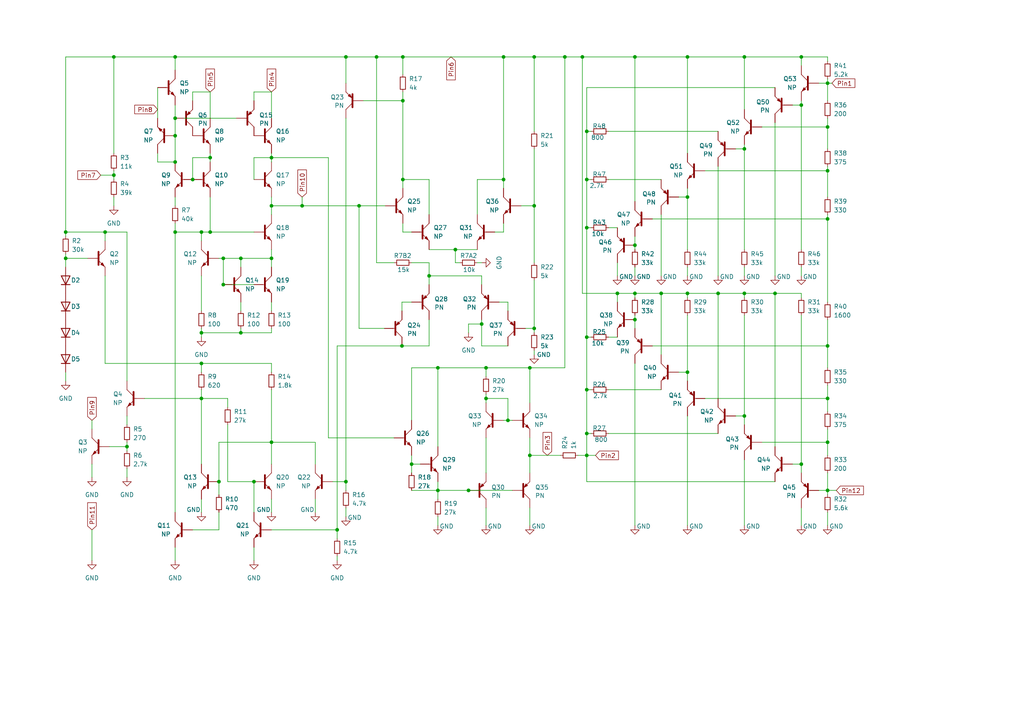
<source format=kicad_sch>
(kicad_sch (version 20231120) (generator "eeschema") (generator_version "8.0")
  (paper "A4")
  (title_block (title "ICL8038 bipolar function generator") (date "2024-02-11") (company "Holger Vogt") (comment 1 "https://www.renesas.com/document/dst/icl8038-datasheet") (comment 2 "http://www.bmo.physik.uni-muenchen.de/~riedle/Elektronik_I/KW102/ICL8038.pdf") (comment 3 "https://www.richis-lab.de/gen02.htm"))
  (junction (at 184.15 85.09))
  (junction (at 132.08 72.39))
  (junction (at 50.8 67.31))
  (junction (at 232.41 30.48))
  (junction (at 116.84 16.51))
  (junction (at 163.83 16.51))
  (junction (at 184.15 92.71))
  (junction (at 78.74 59.69))
  (junction (at 64.77 82.55))
  (junction (at 153.67 132.08))
  (junction (at 78.74 45.72))
  (junction (at 135.89 142.24))
  (junction (at 50.8 39.37))
  (junction (at 63.5 139.7))
  (junction (at 184.15 16.51))
  (junction (at 170.18 113.03))
  (junction (at 199.39 16.51))
  (junction (at 109.22 16.51))
  (junction (at 199.39 57.15))
  (junction (at 240.03 115.57))
  (junction (at 168.91 16.51))
  (junction (at 232.41 134.62))
  (junction (at 215.9 16.51))
  (junction (at 146.05 52.07))
  (junction (at 153.67 106.68))
  (junction (at 36.83 129.54))
  (junction (at 199.39 107.95))
  (junction (at 116.586 100.33))
  (junction (at 73.66 139.7))
  (junction (at 124.46 80.01))
  (junction (at 30.48 67.31))
  (junction (at 55.88 52.07))
  (junction (at 154.94 95.25))
  (junction (at 224.79 85.09))
  (junction (at 58.42 96.52))
  (junction (at 139.7 93.98))
  (junction (at 170.18 125.73))
  (junction (at 116.84 52.07))
  (junction (at 60.96 67.31))
  (junction (at 170.18 97.79))
  (junction (at 33.02 16.51))
  (junction (at 19.05 67.31))
  (junction (at 170.18 38.1))
  (junction (at 69.85 74.93))
  (junction (at 58.42 67.31))
  (junction (at 97.79 153.67))
  (junction (at 240.03 100.33))
  (junction (at 33.02 50.8))
  (junction (at 170.18 52.07))
  (junction (at 240.03 49.53))
  (junction (at 184.15 71.12))
  (junction (at 240.03 128.27))
  (junction (at 215.9 43.18))
  (junction (at 127 106.68))
  (junction (at 146.05 16.51))
  (junction (at 69.85 96.52))
  (junction (at 116.84 29.21))
  (junction (at 50.8 46.99))
  (junction (at 127 142.24))
  (junction (at 191.77 85.09))
  (junction (at 60.96 45.72))
  (junction (at 147.32 121.92))
  (junction (at 232.41 16.51))
  (junction (at 208.28 85.09))
  (junction (at 199.39 85.09))
  (junction (at 215.9 85.09))
  (junction (at 240.03 36.83))
  (junction (at 58.42 115.57))
  (junction (at 50.8 34.29))
  (junction (at 140.97 115.57))
  (junction (at 170.18 66.04))
  (junction (at 140.97 106.68))
  (junction (at 154.94 59.69))
  (junction (at 240.03 63.5))
  (junction (at 50.8 16.51))
  (junction (at 19.05 74.93))
  (junction (at 240.03 24.13))
  (junction (at 154.94 16.51))
  (junction (at 215.9 120.65))
  (junction (at 64.77 74.93))
  (junction (at 170.18 132.08))
  (junction (at 119.38 134.62))
  (junction (at 87.63 59.69))
  (junction (at 78.74 74.93))
  (junction (at 104.14 59.69))
  (junction (at 100.33 16.51))
  (junction (at 78.74 128.27))
  (junction (at 100.33 139.7))
  (junction (at 179.07 85.09))
  (junction (at 240.03 142.24))
  (junction (at 58.42 105.41))
  (wire (pts (xy 153.67 132.08) (xy 153.67 137.16)))
  (wire (pts (xy 58.42 144.78) (xy 58.42 148.59)))
  (wire (pts (xy 170.18 66.04) (xy 171.45 66.04)))
  (wire (pts (xy 237.49 142.24) (xy 240.03 142.24)))
  (wire (pts (xy 116.84 16.51) (xy 116.84 21.59)))
  (wire (pts (xy 220.98 128.27) (xy 240.03 128.27)))
  (wire (pts (xy 240.03 128.27) (xy 240.03 132.08)))
  (wire (pts (xy 91.44 128.27) (xy 91.44 134.62)))
  (wire (pts (xy 91.44 144.78) (xy 91.44 148.59)))
  (wire (pts (xy 73.66 158.75) (xy 73.66 162.56)))
  (wire (pts (xy 100.33 34.29) (xy 100.33 139.7)))
  (wire (pts (xy 208.28 85.09) (xy 215.9 85.09)))
  (wire (pts (xy 109.22 76.2) (xy 114.3 76.2)))
  (wire (pts (xy 179.07 85.09) (xy 184.15 85.09)))
  (wire (pts (xy 124.46 52.07) (xy 124.46 62.23)))
  (wire (pts (xy 63.5 148.59) (xy 63.5 153.67)))
  (wire (pts (xy 138.43 62.23) (xy 138.43 52.07)))
  (wire (pts (xy 189.23 63.5) (xy 240.03 63.5)))
  (wire (pts (xy 170.18 66.04) (xy 170.18 97.79)))
  (wire (pts (xy 73.66 52.07) (xy 73.66 45.72)))
  (wire (pts (xy 26.67 134.62) (xy 26.67 138.43)))
  (wire (pts (xy 124.46 92.71) (xy 124.46 100.33)))
  (wire (pts (xy 215.9 133.35) (xy 215.9 152.4)))
  (wire (pts (xy 97.79 100.33) (xy 116.586 100.33)))
  (wire (pts (xy 215.9 41.91) (xy 215.9 43.18)))
  (wire (pts (xy 224.79 85.09) (xy 224.79 129.54)))
  (wire (pts (xy 36.83 120.65) (xy 36.83 123.19)))
  (wire (pts (xy 170.18 125.73) (xy 171.45 125.73)))
  (wire (pts (xy 184.15 77.47) (xy 184.15 80.01)))
  (wire (pts (xy 50.8 67.31) (xy 50.8 148.59)))
  (wire (pts (xy 215.9 43.18) (xy 213.36 43.18)))
  (wire (pts (xy 135.89 142.24) (xy 148.59 142.24)))
  (wire (pts (xy 116.586 87.63) (xy 119.38 87.63)))
  (wire (pts (xy 95.25 127) (xy 114.3 127)))
  (wire (pts (xy 127 142.24) (xy 127 144.78)))
  (wire (pts (xy 60.96 45.72) (xy 60.96 46.99)))
  (wire (pts (xy 78.74 44.45) (xy 78.74 45.72)))
  (wire (pts (xy 100.33 147.32) (xy 100.33 149.86)))
  (wire (pts (xy 109.22 16.51) (xy 109.22 76.2)))
  (wire (pts (xy 55.88 29.21) (xy 55.88 26.67)))
  (wire (pts (xy 140.97 147.32) (xy 140.97 152.4)))
  (wire (pts (xy 139.7 93.98) (xy 139.7 100.33)))
  (wire (pts (xy 58.42 115.57) (xy 66.04 115.57)))
  (wire (pts (xy 184.15 71.12) (xy 184.15 72.39)))
  (wire (pts (xy 240.03 24.13) (xy 240.03 29.21)))
  (wire (pts (xy 78.74 26.67) (xy 78.74 34.29)))
  (wire (pts (xy 78.74 153.67) (xy 97.79 153.67)))
  (wire (pts (xy 146.05 64.77) (xy 146.05 67.31)))
  (wire (pts (xy 116.84 16.51) (xy 146.05 16.51)))
  (wire (pts (xy 184.15 85.09) (xy 184.15 86.36)))
  (wire (pts (xy 31.75 129.54) (xy 36.83 129.54)))
  (wire (pts (xy 104.14 59.69) (xy 104.14 95.25)))
  (wire (pts (xy 199.39 57.15) (xy 196.85 57.15)))
  (wire (pts (xy 232.41 85.09) (xy 232.41 86.36)))
  (wire (pts (xy 215.9 85.09) (xy 215.9 86.36)))
  (wire (pts (xy 240.03 148.59) (xy 240.03 152.4)))
  (wire (pts (xy 19.05 74.93) (xy 19.05 77.47)))
  (wire (pts (xy 232.41 29.21) (xy 232.41 30.48)))
  (wire (pts (xy 151.13 59.69) (xy 154.94 59.69)))
  (wire (pts (xy 116.84 67.31) (xy 119.38 67.31)))
  (wire (pts (xy 240.03 137.16) (xy 240.03 142.24)))
  (wire (pts (xy 168.91 85.09) (xy 179.07 85.09)))
  (wire (pts (xy 116.84 64.77) (xy 116.84 67.31)))
  (wire (pts (xy 116.84 52.07) (xy 116.84 54.61)))
  (wire (pts (xy 73.66 26.67) (xy 78.74 26.67)))
  (wire (pts (xy 240.03 48.26) (xy 240.03 49.53)))
  (wire (pts (xy 140.97 115.57) (xy 140.97 116.84)))
  (wire (pts (xy 78.74 87.63) (xy 78.74 90.17)))
  (wire (pts (xy 96.52 139.7) (xy 100.33 139.7)))
  (wire (pts (xy 138.43 52.07) (xy 146.05 52.07)))
  (wire (pts (xy 170.18 38.1) (xy 170.18 52.07)))
  (wire (pts (xy 127 106.68) (xy 140.97 106.68)))
  (wire (pts (xy 29.21 50.8) (xy 33.02 50.8)))
  (wire (pts (xy 116.84 29.21) (xy 105.41 29.21)))
  (wire (pts (xy 73.66 29.21) (xy 73.66 26.67)))
  (wire (pts (xy 63.5 139.7) (xy 63.5 143.51)))
  (wire (pts (xy 199.39 57.15) (xy 199.39 72.39)))
  (wire (pts (xy 78.74 45.72) (xy 78.74 46.99)))
  (wire (pts (xy 215.9 43.18) (xy 215.9 72.39)))
  (wire (pts (xy 119.38 134.62) (xy 119.38 137.16)))
  (wire (pts (xy 146.05 121.92) (xy 147.32 121.92)))
  (wire (pts (xy 19.05 73.66) (xy 19.05 74.93)))
  (wire (pts (xy 78.74 105.41) (xy 78.74 107.95)))
  (wire (pts (xy 116.84 26.67) (xy 116.84 29.21)))
  (wire (pts (xy 73.66 139.7) (xy 73.66 148.59)))
  (wire (pts (xy 58.42 96.52) (xy 58.42 97.79)))
  (wire (pts (xy 50.8 46.99) (xy 45.72 46.99)))
  (wire (pts (xy 60.96 67.31) (xy 73.66 67.31)))
  (wire (pts (xy 69.85 96.52) (xy 78.74 96.52)))
  (wire (pts (xy 208.28 48.26) (xy 208.28 80.01)))
  (wire (pts (xy 199.39 120.65) (xy 199.39 152.4)))
  (wire (pts (xy 191.77 85.09) (xy 191.77 102.87)))
  (wire (pts (xy 140.97 114.3) (xy 140.97 115.57)))
  (wire (pts (xy 30.48 105.41) (xy 58.42 105.41)))
  (wire (pts (xy 215.9 16.51) (xy 232.41 16.51)))
  (wire (pts (xy 232.41 77.47) (xy 232.41 80.01)))
  (wire (pts (xy 240.03 22.86) (xy 240.03 24.13)))
  (wire (pts (xy 58.42 105.41) (xy 78.74 105.41)))
  (wire (pts (xy 127 139.7) (xy 127 142.24)))
  (wire (pts (xy 199.39 91.44) (xy 199.39 107.95)))
  (wire (pts (xy 232.41 134.62) (xy 232.41 137.16)))
  (wire (pts (xy 147.32 87.63) (xy 147.32 90.17)))
  (wire (pts (xy 168.91 16.51) (xy 168.91 85.09)))
  (wire (pts (xy 170.18 97.79) (xy 171.45 97.79)))
  (wire (pts (xy 240.03 34.29) (xy 240.03 36.83)))
  (wire (pts (xy 73.66 45.72) (xy 78.74 45.72)))
  (wire (pts (xy 191.77 85.09) (xy 199.39 85.09)))
  (wire (pts (xy 179.07 76.2) (xy 179.07 80.01)))
  (wire (pts (xy 229.87 134.62) (xy 232.41 134.62)))
  (wire (pts (xy 119.38 106.68) (xy 127 106.68)))
  (wire (pts (xy 100.33 16.51) (xy 109.22 16.51)))
  (wire (pts (xy 199.39 16.51) (xy 215.9 16.51)))
  (wire (pts (xy 78.74 113.03) (xy 78.74 128.27)))
  (wire (pts (xy 66.04 115.57) (xy 66.04 118.11)))
  (wire (pts (xy 163.83 16.51) (xy 168.91 16.51)))
  (wire (pts (xy 199.39 16.51) (xy 199.39 44.45)))
  (wire (pts (xy 58.42 95.25) (xy 58.42 96.52)))
  (wire (pts (xy 116.586 90.17) (xy 116.586 87.63)))
  (wire (pts (xy 184.15 85.09) (xy 191.77 85.09)))
  (wire (pts (xy 109.22 16.51) (xy 116.84 16.51)))
  (wire (pts (xy 154.94 16.51) (xy 154.94 38.1)))
  (wire (pts (xy 204.47 49.53) (xy 240.03 49.53)))
  (wire (pts (xy 232.41 30.48) (xy 229.87 30.48)))
  (wire (pts (xy 232.41 16.51) (xy 232.41 19.05)))
  (wire (pts (xy 176.53 52.07) (xy 191.77 52.07)))
  (wire (pts (xy 19.05 107.95) (xy 19.05 110.49)))
  (wire (pts (xy 140.97 115.57) (xy 147.32 115.57)))
  (wire (pts (xy 176.53 66.04) (xy 179.07 66.04)))
  (wire (pts (xy 60.96 26.67) (xy 60.96 34.29)))
  (wire (pts (xy 139.7 100.33) (xy 147.32 100.33)))
  (wire (pts (xy 215.9 16.51) (xy 215.9 31.75)))
  (wire (pts (xy 116.84 29.21) (xy 116.84 52.07)))
  (wire (pts (xy 30.48 67.31) (xy 30.48 69.85)))
  (wire (pts (xy 153.67 132.08) (xy 162.56 132.08)))
  (wire (pts (xy 170.18 97.79) (xy 170.18 113.03)))
  (wire (pts (xy 50.8 16.51) (xy 100.33 16.51)))
  (wire (pts (xy 19.05 16.51) (xy 19.05 67.31)))
  (wire (pts (xy 119.38 132.08) (xy 119.38 134.62)))
  (wire (pts (xy 60.96 44.45) (xy 60.96 45.72)))
  (wire (pts (xy 204.47 115.57) (xy 240.03 115.57)))
  (wire (pts (xy 170.18 132.08) (xy 172.72 132.08)))
  (wire (pts (xy 119.38 121.92) (xy 119.38 106.68)))
  (wire (pts (xy 242.57 142.24) (xy 240.03 142.24)))
  (wire (pts (xy 127 106.68) (xy 127 129.54)))
  (wire (pts (xy 58.42 113.03) (xy 58.42 115.57)))
  (wire (pts (xy 50.8 34.29) (xy 68.58 34.29)))
  (wire (pts (xy 215.9 91.44) (xy 215.9 120.65)))
  (wire (pts (xy 139.7 82.55) (xy 139.7 80.01)))
  (wire (pts (xy 127 142.24) (xy 135.89 142.24)))
  (wire (pts (xy 124.46 80.01) (xy 124.46 82.55)))
  (wire (pts (xy 199.39 54.61) (xy 199.39 57.15)))
  (wire (pts (xy 147.32 115.57) (xy 147.32 121.92)))
  (wire (pts (xy 146.05 16.51) (xy 146.05 52.07)))
  (wire (pts (xy 146.05 16.51) (xy 154.94 16.51)))
  (wire (pts (xy 69.85 95.25) (xy 69.85 96.52)))
  (wire (pts (xy 240.03 36.83) (xy 240.03 43.18)))
  (wire (pts (xy 215.9 120.65) (xy 215.9 123.19)))
  (wire (pts (xy 33.02 44.45) (xy 33.02 16.51)))
  (wire (pts (xy 19.05 67.31) (xy 19.05 68.58)))
  (wire (pts (xy 163.83 106.68) (xy 153.67 106.68)))
  (wire (pts (xy 50.8 67.31) (xy 58.42 67.31)))
  (wire (pts (xy 69.85 87.63) (xy 69.85 90.17)))
  (wire (pts (xy 153.67 106.68) (xy 153.67 116.84)))
  (wire (pts (xy 55.88 45.72) (xy 60.96 45.72)))
  (wire (pts (xy 184.15 105.41) (xy 184.15 152.4)))
  (wire (pts (xy 154.94 59.69) (xy 154.94 76.2)))
  (wire (pts (xy 140.97 106.68) (xy 153.67 106.68)))
  (wire (pts (xy 138.43 76.2) (xy 139.7 76.2)))
  (wire (pts (xy 215.9 85.09) (xy 224.79 85.09)))
  (wire (pts (xy 170.18 113.03) (xy 171.45 113.03)))
  (wire (pts (xy 170.18 25.4) (xy 170.18 38.1)))
  (wire (pts (xy 36.83 128.27) (xy 36.83 129.54)))
  (wire (pts (xy 232.41 16.51) (xy 240.03 16.51)))
  (wire (pts (xy 132.08 76.2) (xy 133.35 76.2)))
  (wire (pts (xy 240.03 63.5) (xy 240.03 87.63)))
  (wire (pts (xy 63.5 139.7) (xy 63.5 128.27)))
  (wire (pts (xy 124.46 72.39) (xy 132.08 72.39)))
  (wire (pts (xy 167.64 132.08) (xy 170.18 132.08)))
  (wire (pts (xy 63.5 128.27) (xy 78.74 128.27)))
  (wire (pts (xy 179.07 85.09) (xy 179.07 87.63)))
  (wire (pts (xy 104.14 59.69) (xy 111.76 59.69)))
  (wire (pts (xy 215.9 77.47) (xy 215.9 80.01)))
  (wire (pts (xy 45.72 44.45) (xy 45.72 46.99)))
  (wire (pts (xy 176.53 97.79) (xy 179.07 97.79)))
  (wire (pts (xy 154.94 101.6) (xy 154.94 102.87)))
  (wire (pts (xy 184.15 92.71) (xy 184.15 95.25)))
  (wire (pts (xy 240.03 119.38) (xy 240.03 115.57)))
  (wire (pts (xy 191.77 62.23) (xy 191.77 80.01)))
  (wire (pts (xy 240.03 16.51) (xy 240.03 17.78)))
  (wire (pts (xy 78.74 59.69) (xy 78.74 62.23)))
  (wire (pts (xy 87.63 57.15) (xy 87.63 59.69)))
  (wire (pts (xy 58.42 115.57) (xy 58.42 134.62)))
  (wire (pts (xy 78.74 59.69) (xy 87.63 59.69)))
  (wire (pts (xy 50.8 57.15) (xy 50.8 59.69)))
  (wire (pts (xy 184.15 91.44) (xy 184.15 92.71)))
  (wire (pts (xy 64.77 82.55) (xy 73.66 82.55)))
  (wire (pts (xy 132.08 72.39) (xy 132.08 76.2)))
  (wire (pts (xy 26.67 153.67) (xy 26.67 162.56)))
  (wire (pts (xy 146.05 67.31) (xy 143.51 67.31)))
  (wire (pts (xy 50.8 39.37) (xy 50.8 46.99)))
  (wire (pts (xy 64.77 74.93) (xy 69.85 74.93)))
  (wire (pts (xy 36.83 67.31) (xy 36.83 110.49)))
  (wire (pts (xy 78.74 72.39) (xy 78.74 74.93)))
  (wire (pts (xy 119.38 134.62) (xy 121.92 134.62)))
  (wire (pts (xy 154.94 16.51) (xy 163.83 16.51)))
  (wire (pts (xy 170.18 52.07) (xy 170.18 66.04)))
  (wire (pts (xy 41.91 115.57) (xy 58.42 115.57)))
  (wire (pts (xy 66.04 123.19) (xy 66.04 139.7)))
  (wire (pts (xy 199.39 85.09) (xy 199.39 86.36)))
  (wire (pts (xy 50.8 30.48) (xy 50.8 34.29)))
  (wire (pts (xy 97.79 161.29) (xy 97.79 162.56)))
  (wire (pts (xy 60.96 57.15) (xy 60.96 67.31)))
  (wire (pts (xy 224.79 85.09) (xy 232.41 85.09)))
  (wire (pts (xy 153.67 127) (xy 153.67 132.08)))
  (wire (pts (xy 220.98 36.83) (xy 240.03 36.83)))
  (wire (pts (xy 232.41 30.48) (xy 232.41 72.39)))
  (wire (pts (xy 63.5 74.93) (xy 64.77 74.93)))
  (wire (pts (xy 232.41 147.32) (xy 232.41 152.4)))
  (wire (pts (xy 33.02 57.15) (xy 33.02 59.69)))
  (wire (pts (xy 213.36 120.65) (xy 215.9 120.65)))
  (wire (pts (xy 232.41 91.44) (xy 232.41 134.62)))
  (wire (pts (xy 224.79 35.56) (xy 224.79 80.01)))
  (wire (pts (xy 26.67 121.92) (xy 26.67 124.46)))
  (wire (pts (xy 184.15 16.51) (xy 199.39 16.51)))
  (wire (pts (xy 30.48 67.31) (xy 36.83 67.31)))
  (wire (pts (xy 140.97 106.68) (xy 140.97 109.22)))
  (wire (pts (xy 69.85 74.93) (xy 69.85 77.47)))
  (wire (pts (xy 208.28 85.09) (xy 208.28 115.57)))
  (wire (pts (xy 170.18 52.07) (xy 171.45 52.07)))
  (wire (pts (xy 170.18 132.08) (xy 170.18 139.7)))
  (wire (pts (xy 170.18 25.4) (xy 224.79 25.4)))
  (wire (pts (xy 95.25 45.72) (xy 95.25 127)))
  (wire (pts (xy 199.39 85.09) (xy 208.28 85.09)))
  (wire (pts (xy 147.32 121.92) (xy 148.59 121.92)))
  (wire (pts (xy 19.05 74.93) (xy 25.4 74.93)))
  (wire (pts (xy 240.03 49.53) (xy 240.03 57.15)))
  (wire (pts (xy 45.72 25.4) (xy 45.72 34.29)))
  (wire (pts (xy 127 149.86) (xy 127 152.4)))
  (wire (pts (xy 240.03 62.23) (xy 240.03 63.5)))
  (wire (pts (xy 97.79 153.67) (xy 97.79 156.21)))
  (wire (pts (xy 154.94 81.28) (xy 154.94 95.25)))
  (wire (pts (xy 199.39 77.47) (xy 199.39 80.01)))
  (wire (pts (xy 78.74 74.93) (xy 78.74 77.47)))
  (wire (pts (xy 237.49 24.13) (xy 240.03 24.13)))
  (wire (pts (xy 170.18 125.73) (xy 170.18 132.08)))
  (wire (pts (xy 78.74 128.27) (xy 78.74 134.62)))
  (wire (pts (xy 152.4 95.25) (xy 154.94 95.25)))
  (wire (pts (xy 240.03 111.76) (xy 240.03 115.57)))
  (wire (pts (xy 184.15 16.51) (xy 184.15 58.42)))
  (wire (pts (xy 100.33 139.7) (xy 100.33 142.24)))
  (wire (pts (xy 78.74 128.27) (xy 91.44 128.27)))
  (wire (pts (xy 55.88 26.67) (xy 60.96 26.67)))
  (wire (pts (xy 135.89 96.52) (xy 135.89 93.98)))
  (wire (pts (xy 104.14 95.25) (xy 111.506 95.25)))
  (wire (pts (xy 58.42 67.31) (xy 58.42 69.85)))
  (wire (pts (xy 196.85 107.95) (xy 199.39 107.95)))
  (wire (pts (xy 36.83 129.54) (xy 36.83 130.81)))
  (wire (pts (xy 55.88 153.67) (xy 63.5 153.67)))
  (wire (pts (xy 135.89 93.98) (xy 139.7 93.98)))
  (wire (pts (xy 97.79 100.33) (xy 97.79 153.67)))
  (wire (pts (xy 139.7 80.01) (xy 124.46 80.01)))
  (wire (pts (xy 33.02 16.51) (xy 50.8 16.51)))
  (wire (pts (xy 50.8 64.77) (xy 50.8 67.31)))
  (wire (pts (xy 78.74 95.25) (xy 78.74 96.52)))
  (wire (pts (xy 78.74 45.72) (xy 95.25 45.72)))
  (wire (pts (xy 154.94 96.52) (xy 154.94 95.25)))
  (wire (pts (xy 119.38 142.24) (xy 127 142.24)))
  (wire (pts (xy 58.42 67.31) (xy 60.96 67.31)))
  (wire (pts (xy 176.53 125.73) (xy 208.28 125.73)))
  (wire (pts (xy 132.08 72.39) (xy 138.43 72.39)))
  (wire (pts (xy 240.03 142.24) (xy 240.03 143.51)))
  (wire (pts (xy 116.586 100.33) (xy 124.46 100.33)))
  (wire (pts (xy 58.42 96.52) (xy 69.85 96.52)))
  (wire (pts (xy 240.03 128.27) (xy 240.03 124.46)))
  (wire (pts (xy 19.05 67.31) (xy 30.48 67.31)))
  (wire (pts (xy 78.74 57.15) (xy 78.74 59.69)))
  (wire (pts (xy 170.18 38.1) (xy 171.45 38.1)))
  (wire (pts (xy 154.94 43.18) (xy 154.94 59.69)))
  (wire (pts (xy 30.48 80.01) (xy 30.48 105.41)))
  (wire (pts (xy 199.39 107.95) (xy 199.39 110.49)))
  (wire (pts (xy 163.83 16.51) (xy 163.83 106.68)))
  (wire (pts (xy 139.7 92.71) (xy 139.7 93.98)))
  (wire (pts (xy 50.8 34.29) (xy 50.8 39.37)))
  (wire (pts (xy 58.42 80.01) (xy 58.42 90.17)))
  (wire (pts (xy 168.91 16.51) (xy 184.15 16.51)))
  (wire (pts (xy 55.88 52.07) (xy 55.88 45.72)))
  (wire (pts (xy 69.85 74.93) (xy 78.74 74.93)))
  (wire (pts (xy 66.04 139.7) (xy 73.66 139.7)))
  (wire (pts (xy 124.46 76.2) (xy 124.46 80.01)))
  (wire (pts (xy 189.23 100.33) (xy 240.03 100.33)))
  (wire (pts (xy 58.42 105.41) (xy 58.42 107.95)))
  (wire (pts (xy 184.15 68.58) (xy 184.15 71.12)))
  (wire (pts (xy 87.63 59.69) (xy 104.14 59.69)))
  (wire (pts (xy 100.33 24.13) (xy 100.33 16.51)))
  (wire (pts (xy 140.97 127) (xy 140.97 137.16)))
  (wire (pts (xy 116.84 52.07) (xy 124.46 52.07)))
  (wire (pts (xy 176.53 38.1) (xy 208.28 38.1)))
  (wire (pts (xy 176.53 113.03) (xy 191.77 113.03)))
  (wire (pts (xy 240.03 24.13) (xy 241.3 24.13)))
  (wire (pts (xy 50.8 16.51) (xy 50.8 20.32)))
  (wire (pts (xy 64.77 74.93) (xy 64.77 82.55)))
  (wire (pts (xy 33.02 49.53) (xy 33.02 50.8)))
  (wire (pts (xy 170.18 113.03) (xy 170.18 125.73)))
  (wire (pts (xy 33.02 16.51) (xy 19.05 16.51)))
  (wire (pts (xy 144.78 87.63) (xy 147.32 87.63)))
  (wire (pts (xy 50.8 158.75) (xy 50.8 162.56)))
  (wire (pts (xy 36.83 135.89) (xy 36.83 138.43)))
  (wire (pts (xy 240.03 100.33) (xy 240.03 106.68)))
  (wire (pts (xy 78.74 144.78) (xy 78.74 148.59)))
  (wire (pts (xy 240.03 92.71) (xy 240.03 100.33)))
  (wire (pts (xy 153.67 147.32) (xy 153.67 152.4)))
  (wire (pts (xy 146.05 52.07) (xy 146.05 54.61)))
  (wire (pts (xy 224.79 139.7) (xy 170.18 139.7)))
  (wire (pts (xy 33.02 50.8) (xy 33.02 52.07)))
  (wire (pts (xy 119.38 76.2) (xy 124.46 76.2)))
  (global_label "Pin7" (shape input) (at 29.21 50.8 180) (property "Intersheetrefs" "${INTERSHEET_REFS}" (effects (hide yes))))
  (global_label "Pin4" (shape input) (at 78.74 26.67 90) (property "Intersheetrefs" "${INTERSHEET_REFS}" (effects (hide yes))))
  (global_label "Pin8" (shape input) (at 45.72 31.75 180) (property "Intersheetrefs" "${INTERSHEET_REFS}" (effects (hide yes))))
  (global_label "Pin5" (shape input) (at 60.96 26.67 90) (property "Intersheetrefs" "${INTERSHEET_REFS}" (effects (hide yes))))
  (global_label "Pin6" (shape input) (at 130.81 16.51 270) (property "Intersheetrefs" "${INTERSHEET_REFS}" (effects (hide yes))))
  (global_label "Pin10" (shape input) (at 87.63 57.15 90) (property "Intersheetrefs" "${INTERSHEET_REFS}" (effects (hide yes))))
  (global_label "Pin2" (shape input) (at 172.72 132.08 0) (property "Intersheetrefs" "${INTERSHEET_REFS}" (effects (hide yes))))
  (global_label "Pin3" (shape input) (at 158.75 132.08 90) (property "Intersheetrefs" "${INTERSHEET_REFS}" (effects (hide yes))))
  (global_label "Pin12" (shape input) (at 242.57 142.24 0) (property "Intersheetrefs" "${INTERSHEET_REFS}" (effects (hide yes))))
  (global_label "Pin9" (shape input) (at 26.67 121.92 90) (property "Intersheetrefs" "${INTERSHEET_REFS}" (effects (hide yes))))
  (global_label "Pin1" (shape input) (at 241.3 24.13 0) (property "Intersheetrefs" "${INTERSHEET_REFS}" (effects (hide yes))))
  (global_label "Pin11" (shape input) (at 26.67 153.67 90) (property "Intersheetrefs" "${INTERSHEET_REFS}" (effects (hide yes))))
  (symbol (lib_id "Device:R_Small") (at 173.99 125.73 90) (unit 1)
    (property "Reference" "R27" (at 175.768 124.206 90) (effects (justify left)))
    (property "Value" "800" (at 176.276 127.508 90) (effects (justify left)))
  )
  (symbol (lib_id "Transistor_BJT:BCV61") (at 96.52 139.7 0) (mirror y) (unit 1)
    (property "Reference" "Q22" (at 90.17 138.4299 0) (effects (justify left)))
    (property "Value" "NP" (at 90.17 140.9699 0) (effects (justify left)))
    (property "Sim.Library" "bipmod.lib" (effects (hide yes)))
    (property "Sim.Name" "NP" (effects (hide yes)))
    (property "Sim.Pins" "1=C 2=B 3=E" (effects (hide yes)))
  )
  (symbol (lib_id "Device:R_Small") (at 240.03 45.72 0) (unit 1)
    (property "Reference" "R38" (at 241.808 44.45 0) (effects (justify left)))
    (property "Value" "375" (at 241.808 46.99 0) (effects (justify left)))
  )
  (symbol (lib_id "power:GND") (at 154.94 102.87 0) (unit 1)
    (property "Reference" "#PWR021" (effects (hide yes)))
    (property "Value" "GND" (at 157.734 102.87 0))
    (property "Description" "Power symbol creates a global label with name \"GND\" , ground" (effects (hide yes)))
  )
  (symbol (lib_id "power:GND") (at 36.83 138.43 0) (unit 1)
    (property "Reference" "#PWR06" (effects (hide yes)))
    (property "Value" "GND" (at 36.83 143.51 0))
    (property "Description" "Power symbol creates a global label with name \"GND\" , ground" (effects (hide yes)))
  )
  (symbol (lib_id "Transistor_BJT:BCV61") (at 73.66 139.7 0) (unit 1)
    (property "Reference" "Q20" (at 80.01 138.4299 0) (effects (justify left)))
    (property "Value" "NP" (at 80.01 140.9699 0) (effects (justify left)))
    (property "Sim.Library" "bipmod.lib" (effects (hide yes)))
    (property "Sim.Name" "NP" (effects (hide yes)))
    (property "Sim.Pins" "1=C 2=B 3=E" (effects (hide yes)))
  )
  (symbol (lib_id "Device:R_Small") (at 154.94 99.06 0) (unit 1)
    (property "Reference" "R23" (at 156.718 97.79 0) (effects (justify left)))
    (property "Value" "5k" (at 156.718 100.33 0) (effects (justify left)))
  )
  (symbol (lib_id "Transistor_BJT:BCV61") (at 114.3 127 0) (unit 1)
    (property "Reference" "Q26" (at 120.65 125.7299 0) (effects (justify left)))
    (property "Value" "NP" (at 120.65 128.2699 0) (effects (justify left)))
    (property "Sim.Library" "bipmod.lib" (effects (hide yes)))
    (property "Sim.Name" "NP" (effects (hide yes)))
    (property "Sim.Pins" "1=C 2=B 3=E" (effects (hide yes)))
  )
  (symbol (lib_id "Device:R_Small") (at 165.1 132.08 90) (unit 1)
    (property "Reference" "R24" (at 163.83 130.302 0) (effects (justify left)))
    (property "Value" "1k" (at 166.37 130.302 0) (effects (justify left)))
  )
  (symbol (lib_id "power:GND") (at 184.15 152.4 0) (unit 1)
    (property "Reference" "#PWR023" (effects (hide yes)))
    (property "Value" "GND" (at 186.69 152.654 0))
    (property "Description" "Power symbol creates a global label with name \"GND\" , ground" (effects (hide yes)))
  )
  (symbol (lib_id "power:GND") (at 240.03 152.4 0) (unit 1)
    (property "Reference" "#PWR027" (effects (hide yes)))
    (property "Value" "GND" (at 242.57 152.654 0))
    (property "Description" "Power symbol creates a global label with name \"GND\" , ground" (effects (hide yes)))
  )
  (symbol (lib_id "Transistor_BJT:BCV62") (at 135.89 142.24 0) (unit 1)
    (property "Reference" "Q30" (at 142.494 141.3509 0) (effects (justify left)))
    (property "Value" "PN" (at 142.494 143.764 0) (effects (justify left)))
    (property "Sim.Library" "bipmod.lib" (effects (hide yes)))
    (property "Sim.Name" "PN" (effects (hide yes)))
    (property "Sim.Pins" "1=1 2=2 3=3" (effects (hide yes)))
  )
  (symbol (lib_id "power:GND") (at 232.41 152.4 0) (unit 1)
    (property "Reference" "#PWR026" (effects (hide yes)))
    (property "Value" "GND" (at 234.95 152.654 0))
    (property "Description" "Power symbol creates a global label with name \"GND\" , ground" (effects (hide yes)))
  )
  (symbol (lib_id "Transistor_BJT:BCV61") (at 237.49 24.13 0) (mirror y) (unit 1)
    (property "Reference" "Q53" (at 231.14 22.8599 0) (effects (justify left)))
    (property "Value" "NP" (at 231.14 25.3999 0) (effects (justify left)))
    (property "Sim.Library" "bipmod.lib" (effects (hide yes)))
    (property "Sim.Name" "NP" (effects (hide yes)))
    (property "Sim.Pins" "1=C 2=B 3=E" (effects (hide yes)))
  )
  (symbol (lib_id "Transistor_BJT:BCV61") (at 78.74 153.67 0) (mirror y) (unit 1)
    (property "Reference" "Q21" (at 72.39 152.3999 0) (effects (justify left)))
    (property "Value" "NP" (at 72.39 154.9399 0) (effects (justify left)))
    (property "Sim.Library" "bipmod.lib" (effects (hide yes)))
    (property "Sim.Name" "NP" (effects (hide yes)))
    (property "Sim.Pins" "1=C 2=B 3=E" (effects (hide yes)))
  )
  (symbol (lib_id "Device:R_Small") (at 240.03 59.69 0) (unit 1)
    (property "Reference" "R39" (at 241.808 58.42 0) (effects (justify left)))
    (property "Value" "330" (at 241.808 60.96 0) (effects (justify left)))
  )
  (symbol (lib_id "Transistor_BJT:BCV61") (at 189.23 63.5 0) (mirror y) (unit 1)
    (property "Reference" "Q47" (at 182.88 62.2299 0) (effects (justify left)))
    (property "Value" "NP" (at 182.88 64.7699 0) (effects (justify left)))
    (property "Sim.Library" "bipmod.lib" (effects (hide yes)))
    (property "Sim.Name" "NP" (effects (hide yes)))
    (property "Sim.Pins" "1=C 2=B 3=E" (effects (hide yes)))
  )
  (symbol (lib_id "Device:R_Small") (at 173.99 38.1 90) (unit 1)
    (property "Reference" "R48" (at 175.768 36.576 90) (effects (justify left)))
    (property "Value" "800" (at 175.26 39.878 90) (effects (justify left)))
  )
  (symbol (lib_id "Device:R_Small") (at 154.94 40.64 0) (unit 1)
    (property "Reference" "R21" (at 156.718 39.37 0) (effects (justify left)))
    (property "Value" "5k" (at 156.718 41.91 0) (effects (justify left)))
  )
  (symbol (lib_id "Device:R_Small") (at 154.94 78.74 0) (unit 1)
    (property "Reference" "R22" (at 156.718 77.47 0) (effects (justify left)))
    (property "Value" "5k" (at 156.718 80.01 0) (effects (justify left)))
  )
  (symbol (lib_id "power:GND") (at 191.77 80.01 0) (unit 1)
    (property "Reference" "#PWR030" (effects (hide yes)))
    (property "Value" "GND" (at 194.31 80.264 0))
    (property "Description" "Power symbol creates a global label with name \"GND\" , ground" (effects (hide yes)))
  )
  (symbol (lib_id "power:GND") (at 78.74 148.59 0) (unit 1)
    (property "Reference" "#PWR011" (effects (hide yes)))
    (property "Value" "GND" (at 76.454 147.828 0))
    (property "Description" "Power symbol creates a global label with name \"GND\" , ground" (effects (hide yes)))
  )
  (symbol (lib_id "Transistor_BJT:BCV62") (at 68.58 34.29 0) (unit 1)
    (property "Reference" "Q15" (at 75.184 33.4009 0) (effects (justify left)))
    (property "Value" "PN" (at 75.184 35.814 0) (effects (justify left)))
    (property "Sim.Library" "bipmod.lib" (effects (hide yes)))
    (property "Sim.Name" "PN" (effects (hide yes)))
    (property "Sim.Pins" "1=1 2=2 3=3" (effects (hide yes)))
  )
  (symbol (lib_id "Device:R_Small") (at 116.84 24.13 0) (unit 1)
    (property "Reference" "R17" (at 118.618 22.86 0) (effects (justify left)))
    (property "Value" "4k" (at 118.618 25.4 0) (effects (justify left)))
  )
  (symbol (lib_id "Device:R_Small") (at 78.74 92.71 0) (unit 1)
    (property "Reference" "R13" (at 80.518 91.44 0) (effects (justify left)))
    (property "Value" "100" (at 80.518 93.98 0) (effects (justify left)))
  )
  (symbol (lib_id "power:GND") (at 135.89 96.52 0) (unit 1)
    (property "Reference" "#PWR016" (effects (hide yes)))
    (property "Value" "GND" (at 135.89 101.6 0))
    (property "Description" "Power symbol creates a global label with name \"GND\" , ground" (effects (hide yes)))
  )
  (symbol (lib_id "power:GND") (at 91.44 148.59 0) (unit 1)
    (property "Reference" "#PWR012" (effects (hide yes)))
    (property "Value" "GND" (at 89.154 147.828 0))
    (property "Description" "Power symbol creates a global label with name \"GND\" , ground" (effects (hide yes)))
  )
  (symbol (lib_id "Transistor_BJT:BCV62") (at 184.15 71.12 0) (mirror y) (unit 1)
    (property "Reference" "Q46" (at 177.546 70.2309 0) (effects (justify left)))
    (property "Value" "PN" (at 177.546 72.644 0) (effects (justify left)))
    (property "Sim.Library" "bipmod.lib" (effects (hide yes)))
    (property "Sim.Name" "PN" (effects (hide yes)))
    (property "Sim.Pins" "1=1 2=2 3=3" (effects (hide yes)))
  )
  (symbol (lib_id "Device:R_Small") (at 215.9 74.93 0) (unit 1)
    (property "Reference" "R45" (at 217.678 73.66 0) (effects (justify left)))
    (property "Value" "33k" (at 217.678 76.2 0) (effects (justify left)))
  )
  (symbol (lib_id "Device:R_Small") (at 173.99 113.03 90) (unit 1)
    (property "Reference" "R26" (at 175.768 111.506 90) (effects (justify left)))
    (property "Value" "2.7k" (at 176.276 114.808 90) (effects (justify left)))
  )
  (symbol (lib_id "power:GND") (at 232.41 80.01 0) (unit 1)
    (property "Reference" "#PWR035" (effects (hide yes)))
    (property "Value" "GND" (at 234.95 80.264 0))
    (property "Description" "Power symbol creates a global label with name \"GND\" , ground" (effects (hide yes)))
  )
  (symbol (lib_id "Transistor_BJT:BCV61") (at 41.91 115.57 0) (mirror y) (unit 1)
    (property "Reference" "Q4" (at 35.56 114.2999 0) (effects (justify left)))
    (property "Value" "NP" (at 35.56 116.8399 0) (effects (justify left)))
    (property "Sim.Library" "bipmod.lib" (effects (hide yes)))
    (property "Sim.Name" "NP" (effects (hide yes)))
    (property "Sim.Pins" "1=C 2=B 3=E" (effects (hide yes)))
  )
  (symbol (lib_id "power:GND") (at 33.02 59.69 0) (unit 1)
    (property "Reference" "#PWR05" (effects (hide yes)))
    (property "Value" "GND" (at 33.02 64.77 0))
    (property "Description" "Power symbol creates a global label with name \"GND\" , ground" (effects (hide yes)))
  )
  (symbol (lib_id "power:GND") (at 224.79 80.01 0) (unit 1)
    (property "Reference" "#PWR034" (effects (hide yes)))
    (property "Value" "GND" (at 227.33 80.264 0))
    (property "Description" "Power symbol creates a global label with name \"GND\" , ground" (effects (hide yes)))
  )
  (symbol (lib_id "Device:R_Small") (at 78.74 110.49 0) (unit 1)
    (property "Reference" "R14" (at 80.518 109.22 0) (effects (justify left)))
    (property "Value" "1.8k" (at 80.518 111.76 0) (effects (justify left)))
  )
  (symbol (lib_id "Transistor_BJT:BCV61") (at 196.85 107.95 0) (mirror y) (unit 1)
    (property "Reference" "Q40" (at 190.5 106.6799 0) (effects (justify left)))
    (property "Value" "NP" (at 190.5 109.2199 0) (effects (justify left)))
    (property "Sim.Library" "bipmod.lib" (effects (hide yes)))
    (property "Sim.Name" "NP" (effects (hide yes)))
    (property "Sim.Pins" "1=C 2=B 3=E" (effects (hide yes)))
  )
  (symbol (lib_id "Device:R_Small") (at 240.03 31.75 0) (unit 1)
    (property "Reference" "R36" (at 241.808 30.48 0) (effects (justify left)))
    (property "Value" "200" (at 241.808 33.02 0) (effects (justify left)))
  )
  (symbol (lib_id "power:GND") (at 184.15 80.01 0) (unit 1)
    (property "Reference" "#PWR028" (effects (hide yes)))
    (property "Value" "GND" (at 186.69 80.264 0))
    (property "Description" "Power symbol creates a global label with name \"GND\" , ground" (effects (hide yes)))
  )
  (symbol (lib_id "Transistor_BJT:BCV61") (at 73.66 82.55 0) (unit 1)
    (property "Reference" "Q19" (at 80.01 81.2799 0) (effects (justify left)))
    (property "Value" "NP" (at 80.01 83.8199 0) (effects (justify left)))
    (property "Sim.Library" "bipmod.lib" (effects (hide yes)))
    (property "Sim.Name" "NP" (effects (hide yes)))
    (property "Sim.Pins" "1=C 2=B 3=E" (effects (hide yes)))
  )
  (symbol (lib_id "Device:R_Small") (at 184.15 88.9 0) (unit 1)
    (property "Reference" "R28" (at 185.928 87.63 0) (effects (justify left)))
    (property "Value" "33k" (at 185.928 90.17 0) (effects (justify left)))
  )
  (symbol (lib_id "power:GND") (at 140.97 152.4 0) (unit 1)
    (property "Reference" "#PWR018" (effects (hide yes)))
    (property "Value" "GND" (at 143.51 152.654 0))
    (property "Description" "Power symbol creates a global label with name \"GND\" , ground" (effects (hide yes)))
  )
  (symbol (lib_id "Device:R_Small") (at 240.03 90.17 0) (unit 1)
    (property "Reference" "R40" (at 241.808 88.9 0) (effects (justify left)))
    (property "Value" "1600" (at 241.808 91.44 0) (effects (justify left)))
  )
  (symbol (lib_id "Device:R_Small") (at 33.02 46.99 0) (unit 1)
    (property "Reference" "R3" (at 34.798 45.72 0) (effects (justify left)))
    (property "Value" "11k" (at 34.798 48.26 0) (effects (justify left)))
  )
  (symbol (lib_id "Transistor_BJT:BCV61") (at 111.76 59.69 0) (unit 1)
    (property "Reference" "Q25" (at 118.11 58.4199 0) (effects (justify left)))
    (property "Value" "NP" (at 118.11 60.9599 0) (effects (justify left)))
    (property "Sim.Library" "bipmod.lib" (effects (hide yes)))
    (property "Sim.Name" "NP" (effects (hide yes)))
    (property "Sim.Pins" "1=C 2=B 3=E" (effects (hide yes)))
  )
  (symbol (lib_id "Device:R_Small") (at 240.03 146.05 0) (unit 1)
    (property "Reference" "R32" (at 241.808 144.78 0) (effects (justify left)))
    (property "Value" "5.6k" (at 241.808 147.32 0) (effects (justify left)))
  )
  (symbol (lib_id "Device:R_Small") (at 66.04 120.65 0) (unit 1)
    (property "Reference" "R11" (at 67.818 119.38 0) (effects (justify left)))
    (property "Value" "27k" (at 67.818 121.92 0) (effects (justify left)))
  )
  (symbol (lib_id "power:GND") (at 58.42 97.79 0) (unit 1)
    (property "Reference" "#PWR08" (effects (hide yes)))
    (property "Value" "GND" (at 58.42 102.87 0))
    (property "Description" "Power symbol creates a global label with name \"GND\" , ground" (effects (hide yes)))
  )
  (symbol (lib_id "power:GND") (at 208.28 80.01 0) (unit 1)
    (property "Reference" "#PWR032" (effects (hide yes)))
    (property "Value" "GND" (at 210.82 80.264 0))
    (property "Description" "Power symbol creates a global label with name \"GND\" , ground" (effects (hide yes)))
  )
  (symbol (lib_id "power:GND") (at 58.42 148.59 0) (unit 1)
    (property "Reference" "#PWR09" (effects (hide yes)))
    (property "Value" "GND" (at 56.134 147.828 0))
    (property "Description" "Power symbol creates a global label with name \"GND\" , ground" (effects (hide yes)))
  )
  (symbol (lib_id "Transistor_BJT:BCV62") (at 220.98 128.27 0) (mirror y) (unit 1)
    (property "Reference" "Q43" (at 214.376 127.3809 0) (effects (justify left)))
    (property "Value" "PN" (at 214.376 129.794 0) (effects (justify left)))
    (property "Sim.Library" "bipmod.lib" (effects (hide yes)))
    (property "Sim.Name" "PN" (effects (hide yes)))
    (property "Sim.Pins" "1=1 2=2 3=3" (effects (hide yes)))
  )
  (symbol (lib_id "Transistor_BJT:BCV61") (at 31.75 129.54 0) (mirror y) (unit 1)
    (property "Reference" "Q3" (at 25.4 128.2699 0) (effects (justify left)))
    (property "Value" "NP" (at 25.4 130.8099 0) (effects (justify left)))
    (property "Sim.Library" "bipmod.lib" (effects (hide yes)))
    (property "Sim.Name" "NP" (effects (hide yes)))
    (property "Sim.Pins" "1=C 2=B 3=E" (effects (hide yes)))
  )
  (symbol (lib_id "Transistor_BJT:BCV62") (at 229.87 30.48 0) (mirror y) (unit 1)
    (property "Reference" "Q50" (at 223.266 29.5909 0) (effects (justify left)))
    (property "Value" "PN" (at 223.266 32.004 0) (effects (justify left)))
    (property "Sim.Library" "bipmod.lib" (effects (hide yes)))
    (property "Sim.Name" "PN" (effects (hide yes)))
    (property "Sim.Pins" "1=1 2=2 3=3" (effects (hide yes)))
  )
  (symbol (lib_id "Transistor_BJT:BCV61") (at 55.88 39.37 0) (unit 1)
    (property "Reference" "Q8" (at 62.23 38.0999 0) (effects (justify left)))
    (property "Value" "NP" (at 62.23 40.6399 0) (effects (justify left)))
    (property "Sim.Library" "bipmod.lib" (effects (hide yes)))
    (property "Sim.Name" "NP" (effects (hide yes)))
    (property "Sim.Pins" "1=C 2=B 3=E" (effects (hide yes)))
  )
  (symbol (lib_id "Device:R_Small") (at 173.99 97.79 90) (unit 1)
    (property "Reference" "R25" (at 175.768 96.266 90) (effects (justify left)))
    (property "Value" "10k" (at 175.26 99.568 90) (effects (justify left)))
  )
  (symbol (lib_id "Transistor_BJT:BCV62") (at 119.38 87.63 0) (unit 1)
    (property "Reference" "Q28" (at 125.984 86.7409 0) (effects (justify left)))
    (property "Value" "PN" (at 125.984 89.154 0) (effects (justify left)))
    (property "Sim.Library" "bipmod.lib" (effects (hide yes)))
    (property "Sim.Name" "PN" (effects (hide yes)))
    (property "Sim.Pins" "1=1 2=2 3=3" (effects (hide yes)))
  )
  (symbol (lib_id "Device:R_Small") (at 127 147.32 0) (unit 1)
    (property "Reference" "R19" (at 128.778 146.05 0) (effects (justify left)))
    (property "Value" "27k" (at 128.778 148.59 0) (effects (justify left)))
  )
  (symbol (lib_id "Simulation_SPICE:D") (at 19.05 81.28 90) (unit 1)
    (property "Reference" "D2" (at 20.574 81.28 90) (effects (justify right)))
    (property "Value" "D" (effects (hide yes)))
    (property "Datasheet" "https://ngspice.sourceforge.io/docs/ngspice-html-manual/manual.xhtml#cha_DIODEs" (effects (hide yes)))
    (property "Description" "Diode for simulation or PCB" (effects (hide yes)))
    (property "Sim.Device" "D" (effects (hide yes)))
    (property "Sim.Pins" "1=K 2=A" (effects (hide yes)))
  )
  (symbol (lib_id "Transistor_BJT:BCV61") (at 50.8 39.37 180) (unit 1)
    (property "Reference" "Q7" (at 44.45 38.0999 0) (effects (justify left)))
    (property "Value" "NP" (at 44.45 40.6399 0) (effects (justify left)))
    (property "Sim.Library" "bipmod.lib" (effects (hide yes)))
    (property "Sim.Name" "NP" (effects (hide yes)))
    (property "Sim.Pins" "1=C 2=B 3=E" (effects (hide yes)))
  )
  (symbol (lib_id "Simulation_SPICE:D") (at 19.05 104.14 90) (unit 1)
    (property "Reference" "D5" (at 20.574 104.14 90) (effects (justify right)))
    (property "Value" "D" (effects (hide yes)))
    (property "Datasheet" "https://ngspice.sourceforge.io/docs/ngspice-html-manual/manual.xhtml#cha_DIODEs" (effects (hide yes)))
    (property "Description" "Diode for simulation or PCB" (effects (hide yes)))
    (property "Sim.Device" "D" (effects (hide yes)))
    (property "Sim.Pins" "1=K 2=A" (effects (hide yes)))
  )
  (symbol (lib_id "Device:R_Small") (at 232.41 74.93 0) (unit 1)
    (property "Reference" "R46" (at 234.188 73.66 0) (effects (justify left)))
    (property "Value" "33k" (at 234.188 76.2 0) (effects (justify left)))
  )
  (symbol (lib_id "Transistor_BJT:BCV61") (at 25.4 74.93 0) (unit 1)
    (property "Reference" "Q2" (at 31.75 73.6599 0) (effects (justify left)))
    (property "Value" "NP" (at 31.75 76.1999 0) (effects (justify left)))
    (property "Sim.Library" "bipmod.lib" (effects (hide yes)))
    (property "Sim.Name" "NP" (effects (hide yes)))
    (property "Sim.Pins" "1=C 2=B 3=E" (effects (hide yes)))
  )
  (symbol (lib_id "Device:R_Small") (at 36.83 125.73 0) (unit 1)
    (property "Reference" "R5" (at 38.608 124.46 0) (effects (justify left)))
    (property "Value" "270" (at 38.608 127 0) (effects (justify left)))
  )
  (symbol (lib_id "Transistor_BJT:BCV61") (at 151.13 59.69 0) (mirror y) (unit 1)
    (property "Reference" "Q36" (at 144.78 58.4199 0) (effects (justify left)))
    (property "Value" "NP" (at 144.78 60.9599 0) (effects (justify left)))
    (property "Sim.Library" "bipmod.lib" (effects (hide yes)))
    (property "Sim.Name" "NP" (effects (hide yes)))
    (property "Sim.Pins" "1=C 2=B 3=E" (effects (hide yes)))
  )
  (symbol (lib_id "Device:R_Small") (at 58.42 92.71 0) (unit 1)
    (property "Reference" "R8" (at 60.198 91.44 0) (effects (justify left)))
    (property "Value" "100" (at 60.198 93.98 0) (effects (justify left)))
  )
  (symbol (lib_id "Device:R_Small") (at 240.03 121.92 0) (unit 1)
    (property "Reference" "R34" (at 241.808 120.65 0) (effects (justify left)))
    (property "Value" "375" (at 241.808 123.19 0) (effects (justify left)))
  )
  (symbol (lib_id "Transistor_BJT:BCV61") (at 220.98 36.83 0) (mirror y) (unit 1)
    (property "Reference" "Q52" (at 214.63 35.5599 0) (effects (justify left)))
    (property "Value" "NP" (at 214.63 38.0999 0) (effects (justify left)))
    (property "Sim.Library" "bipmod.lib" (effects (hide yes)))
    (property "Sim.Name" "NP" (effects (hide yes)))
    (property "Sim.Pins" "1=C 2=B 3=E" (effects (hide yes)))
  )
  (symbol (lib_id "Transistor_BJT:BCV62") (at 50.8 34.29 0) (unit 1)
    (property "Reference" "Q6" (at 57.404 33.4009 0) (effects (justify left)))
    (property "Value" "PN" (at 57.404 35.814 0) (effects (justify left)))
    (property "Sim.Library" "bipmod.lib" (effects (hide yes)))
    (property "Sim.Name" "PN" (effects (hide yes)))
    (property "Sim.Pins" "1=1 2=2 3=3" (effects (hide yes)))
  )
  (symbol (lib_id "Device:R_Small") (at 100.33 144.78 0) (unit 1)
    (property "Reference" "R16" (at 102.108 143.51 0) (effects (justify left)))
    (property "Value" "4.7k" (at 102.108 146.05 0) (effects (justify left)))
  )
  (symbol (lib_id "Device:R_Small") (at 199.39 88.9 0) (unit 1)
    (property "Reference" "R29" (at 201.168 87.63 0) (effects (justify left)))
    (property "Value" "33k" (at 201.168 90.17 0) (effects (justify left)))
  )
  (symbol (lib_id "Transistor_BJT:BCV61") (at 73.66 67.31 0) (unit 1)
    (property "Reference" "Q18" (at 80.01 66.0399 0) (effects (justify left)))
    (property "Value" "NP" (at 80.01 68.5799 0) (effects (justify left)))
    (property "Sim.Library" "bipmod.lib" (effects (hide yes)))
    (property "Sim.Name" "NP" (effects (hide yes)))
    (property "Sim.Pins" "1=C 2=B 3=E" (effects (hide yes)))
  )
  (symbol (lib_id "Transistor_BJT:BCV61") (at 143.51 67.31 0) (mirror y) (unit 1)
    (property "Reference" "Q31" (at 137.16 66.0399 0) (effects (justify left)))
    (property "Value" "NP" (at 137.16 68.5799 0) (effects (justify left)))
    (property "Sim.Library" "bipmod.lib" (effects (hide yes)))
    (property "Sim.Name" "NP" (effects (hide yes)))
    (property "Sim.Pins" "1=C 2=B 3=E" (effects (hide yes)))
  )
  (symbol (lib_id "Transistor_BJT:BCV61") (at 73.66 52.07 0) (unit 1)
    (property "Reference" "Q17" (at 80.01 50.7999 0) (effects (justify left)))
    (property "Value" "NP" (at 80.01 53.3399 0) (effects (justify left)))
    (property "Sim.Library" "bipmod.lib" (effects (hide yes)))
    (property "Sim.Name" "NP" (effects (hide yes)))
    (property "Sim.Pins" "1=C 2=B 3=E" (effects (hide yes)))
  )
  (symbol (lib_id "power:GND") (at 215.9 152.4 0) (unit 1)
    (property "Reference" "#PWR025" (effects (hide yes)))
    (property "Value" "GND" (at 218.44 152.654 0))
    (property "Description" "Power symbol creates a global label with name \"GND\" , ground" (effects (hide yes)))
  )
  (symbol (lib_id "power:GND") (at 199.39 80.01 0) (unit 1)
    (property "Reference" "#PWR031" (effects (hide yes)))
    (property "Value" "GND" (at 201.93 80.264 0))
    (property "Description" "Power symbol creates a global label with name \"GND\" , ground" (effects (hide yes)))
  )
  (symbol (lib_id "Simulation_SPICE:D") (at 19.05 88.9 90) (unit 1)
    (property "Reference" "D3" (at 20.574 88.9 90) (effects (justify right)))
    (property "Value" "D" (effects (hide yes)))
    (property "Datasheet" "https://ngspice.sourceforge.io/docs/ngspice-html-manual/manual.xhtml#cha_DIODEs" (effects (hide yes)))
    (property "Description" "Diode for simulation or PCB" (effects (hide yes)))
    (property "Sim.Device" "D" (effects (hide yes)))
    (property "Sim.Pins" "1=K 2=A" (effects (hide yes)))
  )
  (symbol (lib_id "Transistor_BJT:BCV61") (at 119.38 67.31 0) (unit 1)
    (property "Reference" "Q27" (at 125.73 66.0399 0) (effects (justify left)))
    (property "Value" "NP" (at 125.73 68.5799 0) (effects (justify left)))
    (property "Sim.Library" "bipmod.lib" (effects (hide yes)))
    (property "Sim.Name" "NP" (effects (hide yes)))
    (property "Sim.Pins" "1=C 2=B 3=E" (effects (hide yes)))
  )
  (symbol (lib_id "power:GND") (at 26.67 162.56 0) (unit 1)
    (property "Reference" "#PWR04" (effects (hide yes)))
    (property "Value" "GND" (at 26.67 167.64 0))
    (property "Description" "Power symbol creates a global label with name \"GND\" , ground" (effects (hide yes)))
  )
  (symbol (lib_id "Device:R_Small") (at 63.5 146.05 0) (unit 1)
    (property "Reference" "R10" (at 65.278 144.78 0) (effects (justify left)))
    (property "Value" "470" (at 65.278 147.32 0) (effects (justify left)))
  )
  (symbol (lib_id "Transistor_BJT:BCV62") (at 111.506 95.25 0) (unit 1)
    (property "Reference" "Q24" (at 118.11 94.3609 0) (effects (justify left)))
    (property "Value" "PN" (at 118.11 96.774 0) (effects (justify left)))
    (property "Sim.Library" "bipmod.lib" (effects (hide yes)))
    (property "Sim.Name" "PN" (effects (hide yes)))
    (property "Sim.Pins" "1=1 2=2 3=3" (effects (hide yes)))
  )
  (symbol (lib_id "Transistor_BJT:BCV61") (at 55.88 52.07 0) (mirror y) (unit 1)
    (property "Reference" "Q9" (at 49.53 50.7999 0) (effects (justify left)))
    (property "Value" "NP" (at 49.53 53.3399 0) (effects (justify left)))
    (property "Sim.Library" "bipmod.lib" (effects (hide yes)))
    (property "Sim.Name" "NP" (effects (hide yes)))
    (property "Sim.Pins" "1=C 2=B 3=E" (effects (hide yes)))
  )
  (symbol (lib_id "power:GND") (at 73.66 162.56 0) (unit 1)
    (property "Reference" "#PWR010" (effects (hide yes)))
    (property "Value" "GND" (at 73.66 167.64 0))
    (property "Description" "Power symbol creates a global label with name \"GND\" , ground" (effects (hide yes)))
  )
  (symbol (lib_id "Device:R_Small") (at 232.41 88.9 0) (unit 1)
    (property "Reference" "R31" (at 234.188 87.63 0) (effects (justify left)))
    (property "Value" "33k" (at 234.188 90.17 0) (effects (justify left)))
  )
  (symbol (lib_id "power:GND") (at 139.7 76.2 90) (unit 1)
    (property "Reference" "#PWR017" (effects (hide yes)))
    (property "Value" "GND" (at 144.78 76.2 0))
    (property "Description" "Power symbol creates a global label with name \"GND\" , ground" (effects (hide yes)))
  )
  (symbol (lib_id "Transistor_BJT:BCV61") (at 213.36 120.65 0) (mirror y) (unit 1)
    (property "Reference" "Q42" (at 207.01 119.3799 0) (effects (justify left)))
    (property "Value" "NP" (at 207.01 121.9199 0) (effects (justify left)))
    (property "Sim.Library" "bipmod.lib" (effects (hide yes)))
    (property "Sim.Name" "NP" (effects (hide yes)))
    (property "Sim.Pins" "1=C 2=B 3=E" (effects (hide yes)))
  )
  (symbol (lib_id "Device:R_Small") (at 19.05 71.12 0) (unit 1)
    (property "Reference" "R2" (at 20.828 69.85 0) (effects (justify left)))
    (property "Value" "30k" (at 20.828 72.39 0) (effects (justify left)))
  )
  (symbol (lib_id "Transistor_BJT:BCV62") (at 189.23 100.33 0) (mirror y) (unit 1)
    (property "Reference" "Q39" (at 182.626 99.4409 0) (effects (justify left)))
    (property "Value" "PN" (at 182.626 101.854 0) (effects (justify left)))
    (property "Sim.Library" "bipmod.lib" (effects (hide yes)))
    (property "Sim.Name" "PN" (effects (hide yes)))
    (property "Sim.Pins" "1=1 2=2 3=3" (effects (hide yes)))
  )
  (symbol (lib_id "Transistor_BJT:BCV61") (at 55.88 52.07 0) (unit 1)
    (property "Reference" "Q10" (at 62.23 50.7999 0) (effects (justify left)))
    (property "Value" "NP" (at 62.23 53.3399 0) (effects (justify left)))
    (property "Sim.Library" "bipmod.lib" (effects (hide yes)))
    (property "Sim.Name" "NP" (effects (hide yes)))
    (property "Sim.Pins" "1=C 2=B 3=E" (effects (hide yes)))
  )
  (symbol (lib_id "power:GND") (at 26.67 138.43 0) (unit 1)
    (property "Reference" "#PWR03" (effects (hide yes)))
    (property "Value" "GND" (at 26.67 143.51 0))
    (property "Description" "Power symbol creates a global label with name \"GND\" , ground" (effects (hide yes)))
  )
  (symbol (lib_id "Device:R_Small") (at 135.89 76.2 90) (unit 1)
    (property "Reference" "R7A2" (at 138.43 74.168 90) (effects (justify left)))
    (property "Value" "10k" (at 137.922 78.232 90) (effects (justify left)))
  )
  (symbol (lib_id "Transistor_BJT:BCV62") (at 148.59 142.24 0) (unit 1)
    (property "Reference" "Q35" (at 155.194 141.3509 0) (effects (justify left)))
    (property "Value" "PN" (at 155.194 143.764 0) (effects (justify left)))
    (property "Sim.Library" "bipmod.lib" (effects (hide yes)))
    (property "Sim.Name" "PN" (effects (hide yes)))
    (property "Sim.Pins" "1=1 2=2 3=3" (effects (hide yes)))
  )
  (symbol (lib_id "Device:R_Small") (at 240.03 134.62 0) (unit 1)
    (property "Reference" "R33" (at 241.808 133.35 0) (effects (justify left)))
    (property "Value" "200" (at 241.808 135.89 0) (effects (justify left)))
  )
  (symbol (lib_id "Device:R_Small") (at 173.99 52.07 90) (unit 1)
    (property "Reference" "R47" (at 175.768 50.546 90) (effects (justify left)))
    (property "Value" "2.7k" (at 175.26 53.848 90) (effects (justify left)))
  )
  (symbol (lib_id "Transistor_BJT:BCV61") (at 55.88 153.67 0) (mirror y) (unit 1)
    (property "Reference" "Q11" (at 49.53 152.3999 0) (effects (justify left)))
    (property "Value" "NP" (at 49.53 154.9399 0) (effects (justify left)))
    (property "Sim.Library" "bipmod.lib" (effects (hide yes)))
    (property "Sim.Name" "NP" (effects (hide yes)))
    (property "Sim.Pins" "1=C 2=B 3=E" (effects (hide yes)))
  )
  (symbol (lib_id "Transistor_BJT:BCV62") (at 213.36 43.18 0) (mirror y) (unit 1)
    (property "Reference" "Q49" (at 206.756 42.2909 0) (effects (justify left)))
    (property "Value" "PN" (at 206.756 44.704 0) (effects (justify left)))
    (property "Sim.Library" "bipmod.lib" (effects (hide yes)))
    (property "Sim.Name" "PN" (effects (hide yes)))
    (property "Sim.Pins" "1=1 2=2 3=3" (effects (hide yes)))
  )
  (symbol (lib_id "Transistor_BJT:BCV61") (at 204.47 49.53 0) (mirror y) (unit 1)
    (property "Reference" "Q51" (at 198.12 48.2599 0) (effects (justify left)))
    (property "Value" "NP" (at 198.12 50.7999 0) (effects (justify left)))
    (property "Sim.Library" "bipmod.lib" (effects (hide yes)))
    (property "Sim.Name" "NP" (effects (hide yes)))
    (property "Sim.Pins" "1=C 2=B 3=E" (effects (hide yes)))
  )
  (symbol (lib_id "Device:R_Small") (at 58.42 110.49 0) (unit 1)
    (property "Reference" "R9" (at 60.198 109.22 0) (effects (justify left)))
    (property "Value" "620" (at 60.198 111.76 0) (effects (justify left)))
  )
  (symbol (lib_id "Transistor_BJT:BCV61") (at 148.59 121.92 0) (unit 1)
    (property "Reference" "Q34" (at 154.94 120.6499 0) (effects (justify left)))
    (property "Value" "NP" (at 154.94 123.1899 0) (effects (justify left)))
    (property "Sim.Library" "bipmod.lib" (effects (hide yes)))
    (property "Sim.Name" "NP" (effects (hide yes)))
    (property "Sim.Pins" "1=C 2=B 3=E" (effects (hide yes)))
  )
  (symbol (lib_id "Device:R_Small") (at 33.02 54.61 0) (unit 1)
    (property "Reference" "R4" (at 34.798 53.34 0) (effects (justify left)))
    (property "Value" "39k" (at 34.798 55.88 0) (effects (justify left)))
  )
  (symbol (lib_id "Transistor_BJT:BCV61") (at 63.5 139.7 0) (mirror y) (unit 1)
    (property "Reference" "Q13" (at 57.15 138.4299 0) (effects (justify left)))
    (property "Value" "NP" (at 57.15 140.9699 0) (effects (justify left)))
    (property "Sim.Library" "bipmod.lib" (effects (hide yes)))
    (property "Sim.Name" "NP" (effects (hide yes)))
    (property "Sim.Pins" "1=C 2=B 3=E" (effects (hide yes)))
  )
  (symbol (lib_id "Device:R_Small") (at 119.38 139.7 0) (unit 1)
    (property "Reference" "R18" (at 121.158 138.43 0) (effects (justify left)))
    (property "Value" "27k" (at 121.158 140.97 0) (effects (justify left)))
  )
  (symbol (lib_id "Device:R_Small") (at 50.8 62.23 0) (unit 1)
    (property "Reference" "R7" (at 52.578 60.96 0) (effects (justify left)))
    (property "Value" "40k" (at 52.578 63.5 0) (effects (justify left)))
  )
  (symbol (lib_id "power:GND") (at 215.9 80.01 0) (unit 1)
    (property "Reference" "#PWR033" (effects (hide yes)))
    (property "Value" "GND" (at 218.44 80.264 0))
    (property "Description" "Power symbol creates a global label with name \"GND\" , ground" (effects (hide yes)))
  )
  (symbol (lib_id "Transistor_BJT:BCV62") (at 204.47 115.57 0) (mirror y) (unit 1)
    (property "Reference" "Q41" (at 197.866 114.6809 0) (effects (justify left)))
    (property "Value" "PN" (at 197.866 117.094 0) (effects (justify left)))
    (property "Sim.Library" "bipmod.lib" (effects (hide yes)))
    (property "Sim.Name" "PN" (effects (hide yes)))
    (property "Sim.Pins" "1=1 2=2 3=3" (effects (hide yes)))
  )
  (symbol (lib_id "power:GND") (at 19.05 110.49 0) (unit 1)
    (property "Reference" "#PWR02" (effects (hide yes)))
    (property "Value" "GND" (at 19.05 115.57 0))
    (property "Description" "Power symbol creates a global label with name \"GND\" , ground" (effects (hide yes)))
  )
  (symbol (lib_id "Transistor_BJT:BCV61") (at 121.92 134.62 0) (unit 1)
    (property "Reference" "Q29" (at 128.27 133.3499 0) (effects (justify left)))
    (property "Value" "NP" (at 128.27 135.8899 0) (effects (justify left)))
    (property "Sim.Library" "bipmod.lib" (effects (hide yes)))
    (property "Sim.Name" "NP" (effects (hide yes)))
    (property "Sim.Pins" "1=C 2=B 3=E" (effects (hide yes)))
  )
  (symbol (lib_id "Transistor_BJT:BCV62") (at 237.49 142.24 0) (mirror y) (unit 1)
    (property "Reference" "Q45" (at 230.886 141.3509 0) (effects (justify left)))
    (property "Value" "PN" (at 230.886 143.764 0) (effects (justify left)))
    (property "Sim.Library" "bipmod.lib" (effects (hide yes)))
    (property "Sim.Name" "PN" (effects (hide yes)))
    (property "Sim.Pins" "1=1 2=2 3=3" (effects (hide yes)))
  )
  (symbol (lib_id "Device:R_Small") (at 36.83 133.35 0) (unit 1)
    (property "Reference" "R6" (at 38.608 132.08 0) (effects (justify left)))
    (property "Value" "2.7k" (at 38.608 134.62 0) (effects (justify left)))
  )
  (symbol (lib_id "Device:R_Small") (at 215.9 88.9 0) (unit 1)
    (property "Reference" "R30" (at 217.678 87.63 0) (effects (justify left)))
    (property "Value" "33k" (at 217.678 90.17 0) (effects (justify left)))
  )
  (symbol (lib_id "Device:R_Small") (at 69.85 92.71 0) (unit 1)
    (property "Reference" "R12" (at 71.628 91.44 0) (effects (justify left)))
    (property "Value" "100" (at 71.628 93.98 0) (effects (justify left)))
  )
  (symbol (lib_id "Transistor_BJT:BCV62") (at 196.85 57.15 0) (mirror y) (unit 1)
    (property "Reference" "Q48" (at 190.246 56.2609 0) (effects (justify left)))
    (property "Value" "PN" (at 190.246 58.674 0) (effects (justify left)))
    (property "Sim.Library" "bipmod.lib" (effects (hide yes)))
    (property "Sim.Name" "PN" (effects (hide yes)))
    (property "Sim.Pins" "1=1 2=2 3=3" (effects (hide yes)))
  )
  (symbol (lib_id "power:GND") (at 153.67 152.4 0) (unit 1)
    (property "Reference" "#PWR020" (effects (hide yes)))
    (property "Value" "GND" (at 156.21 152.654 0))
    (property "Description" "Power symbol creates a global label with name \"GND\" , ground" (effects (hide yes)))
  )
  (symbol (lib_id "Transistor_BJT:BCV61") (at 73.66 39.37 0) (unit 1)
    (property "Reference" "Q16" (at 80.01 38.0999 0) (effects (justify left)))
    (property "Value" "NP" (at 80.01 40.6399 0) (effects (justify left)))
    (property "Sim.Library" "bipmod.lib" (effects (hide yes)))
    (property "Sim.Name" "NP" (effects (hide yes)))
    (property "Sim.Pins" "1=C 2=B 3=E" (effects (hide yes)))
  )
  (symbol (lib_id "Device:R_Small") (at 184.15 74.93 0) (unit 1)
    (property "Reference" "R42" (at 185.928 73.66 0) (effects (justify left)))
    (property "Value" "33k" (at 185.928 76.2 0) (effects (justify left)))
  )
  (symbol (lib_id "Device:R_Small") (at 97.79 158.75 0) (unit 1)
    (property "Reference" "R15" (at 99.568 157.48 0) (effects (justify left)))
    (property "Value" "4.7k" (at 99.568 160.02 0) (effects (justify left)))
  )
  (symbol (lib_id "Transistor_BJT:BCV61") (at 229.87 134.62 0) (mirror y) (unit 1)
    (property "Reference" "Q44" (at 223.52 133.3499 0) (effects (justify left)))
    (property "Value" "NP" (at 223.52 135.8899 0) (effects (justify left)))
    (property "Sim.Library" "bipmod.lib" (effects (hide yes)))
    (property "Sim.Name" "NP" (effects (hide yes)))
    (property "Sim.Pins" "1=C 2=B 3=E" (effects (hide yes)))
  )
  (symbol (lib_id "Simulation_SPICE:D") (at 19.05 96.52 90) (unit 1)
    (property "Reference" "D4" (at 20.574 96.52 90) (effects (justify right)))
    (property "Value" "D" (effects (hide yes)))
    (property "Datasheet" "https://ngspice.sourceforge.io/docs/ngspice-html-manual/manual.xhtml#cha_DIODEs" (effects (hide yes)))
    (property "Description" "Diode for simulation or PCB" (effects (hide yes)))
    (property "Sim.Device" "D" (effects (hide yes)))
    (property "Sim.Pins" "1=K 2=A" (effects (hide yes)))
  )
  (symbol (lib_id "Device:R_Small") (at 173.99 66.04 90) (unit 1)
    (property "Reference" "R43" (at 175.768 64.516 90) (effects (justify left)))
    (property "Value" "10k" (at 175.26 67.818 90) (effects (justify left)))
  )
  (symbol (lib_id "power:GND") (at 179.07 80.01 0) (unit 1)
    (property "Reference" "#PWR029" (effects (hide yes)))
    (property "Value" "GND" (at 181.61 80.264 0))
    (property "Description" "Power symbol creates a global label with name \"GND\" , ground" (effects (hide yes)))
  )
  (symbol (lib_id "power:GND") (at 97.79 162.56 0) (unit 1)
    (property "Reference" "#PWR013" (effects (hide yes)))
    (property "Value" "GND" (at 97.79 167.64 0))
    (property "Description" "Power symbol creates a global label with name \"GND\" , ground" (effects (hide yes)))
  )
  (symbol (lib_id "Device:R_Small") (at 240.03 109.22 0) (unit 1)
    (property "Reference" "R35" (at 241.808 107.95 0) (effects (justify left)))
    (property "Value" "330" (at 241.808 110.49 0) (effects (justify left)))
  )
  (symbol (lib_id "Device:R_Small") (at 140.97 111.76 0) (unit 1)
    (property "Reference" "R20" (at 142.748 110.49 0) (effects (justify left)))
    (property "Value" "27k" (at 142.748 113.03 0) (effects (justify left)))
  )
  (symbol (lib_id "power:GND") (at 199.39 152.4 0) (unit 1)
    (property "Reference" "#PWR024" (effects (hide yes)))
    (property "Value" "GND" (at 201.93 152.654 0))
    (property "Description" "Power symbol creates a global label with name \"GND\" , ground" (effects (hide yes)))
  )
  (symbol (lib_id "Transistor_BJT:BCV61") (at 146.05 121.92 0) (mirror y) (unit 1)
    (property "Reference" "Q33" (at 139.7 120.6499 0) (effects (justify left)))
    (property "Value" "NP" (at 139.7 123.1899 0) (effects (justify left)))
    (property "Sim.Library" "bipmod.lib" (effects (hide yes)))
    (property "Sim.Name" "NP" (effects (hide yes)))
    (property "Sim.Pins" "1=C 2=B 3=E" (effects (hide yes)))
  )
  (symbol (lib_id "Transistor_BJT:BCV61") (at 63.5 74.93 0) (mirror y) (unit 1)
    (property "Reference" "Q12" (at 57.15 73.6599 0) (effects (justify left)))
    (property "Value" "NP" (at 57.15 76.1999 0) (effects (justify left)))
    (property "Sim.Library" "bipmod.lib" (effects (hide yes)))
    (property "Sim.Name" "NP" (effects (hide yes)))
    (property "Sim.Pins" "1=C 2=B 3=E" (effects (hide yes)))
  )
  (symbol (lib_id "Transistor_BJT:BCV62") (at 105.41 29.21 0) (mirror y) (unit 1)
    (property "Reference" "Q23" (at 99.822 28.194 0) (effects (justify left)))
    (property "Value" "PN" (at 99.822 30.6071 0) (effects (justify left)))
    (property "Sim.Library" "bipmod.lib" (effects (hide yes)))
    (property "Sim.Name" "PN" (effects (hide yes)))
    (property "Sim.Pins" "1=1 2=2 3=3" (effects (hide yes)))
  )
  (symbol (lib_id "Transistor_BJT:BCV62") (at 152.4 95.25 0) (mirror y) (unit 1)
    (property "Reference" "Q37" (at 145.796 94.3609 0) (effects (justify left)))
    (property "Value" "PN" (at 145.796 96.774 0) (effects (justify left)))
    (property "Sim.Library" "bipmod.lib" (effects (hide yes)))
    (property "Sim.Name" "PN" (effects (hide yes)))
    (property "Sim.Pins" "1=1 2=2 3=3" (effects (hide yes)))
  )
  (symbol (lib_id "power:GND") (at 127 152.4 0) (unit 1)
    (property "Reference" "#PWR015" (effects (hide yes)))
    (property "Value" "GND" (at 129.54 152.654 0))
    (property "Description" "Power symbol creates a global label with name \"GND\" , ground" (effects (hide yes)))
  )
  (symbol (lib_id "Transistor_BJT:BCV61") (at 184.15 92.71 0) (mirror y) (unit 1)
    (property "Reference" "Q38" (at 177.8 91.4399 0) (effects (justify left)))
    (property "Value" "NP" (at 177.8 93.9799 0) (effects (justify left)))
    (property "Sim.Library" "bipmod.lib" (effects (hide yes)))
    (property "Sim.Name" "NP" (effects (hide yes)))
    (property "Sim.Pins" "1=C 2=B 3=E" (effects (hide yes)))
  )
  (symbol (lib_id "Transistor_BJT:BCV61") (at 45.72 25.4 0) (unit 1)
    (property "Reference" "Q5" (at 52.07 24.1299 0) (effects (justify left)))
    (property "Value" "NP" (at 52.07 26.6699 0) (effects (justify left)))
    (property "Sim.Library" "bipmod.lib" (effects (hide yes)))
    (property "Sim.Name" "NP" (effects (hide yes)))
    (property "Sim.Pins" "1=C 2=B 3=E" (effects (hide yes)))
  )
  (symbol (lib_id "Transistor_BJT:BCV61") (at 64.77 82.55 0) (unit 1)
    (property "Reference" "Q14" (at 71.12 81.2799 0) (effects (justify left)))
    (property "Value" "NP" (at 71.12 83.8199 0) (effects (justify left)))
    (property "Sim.Library" "bipmod.lib" (effects (hide yes)))
    (property "Sim.Name" "NP" (effects (hide yes)))
    (property "Sim.Pins" "1=C 2=B 3=E" (effects (hide yes)))
  )
  (symbol (lib_id "power:GND") (at 50.8 162.56 0) (unit 1)
    (property "Reference" "#PWR07" (effects (hide yes)))
    (property "Value" "GND" (at 50.8 167.64 0))
    (property "Description" "Power symbol creates a global label with name \"GND\" , ground" (effects (hide yes)))
  )
  (symbol (lib_id "Transistor_BJT:BCV62") (at 144.78 87.63 0) (mirror y) (unit 1)
    (property "Reference" "Q32" (at 138.176 86.7409 0) (effects (justify left)))
    (property "Value" "PN" (at 138.176 89.154 0) (effects (justify left)))
    (property "Sim.Library" "bipmod.lib" (effects (hide yes)))
    (property "Sim.Name" "PN" (effects (hide yes)))
    (property "Sim.Pins" "1=1 2=2 3=3" (effects (hide yes)))
  )
  (symbol (lib_id "Device:R_Small") (at 240.03 20.32 0) (unit 1)
    (property "Reference" "R41" (at 241.808 19.05 0) (effects (justify left)))
    (property "Value" "5.2k" (at 241.808 21.59 0) (effects (justify left)))
  )
  (symbol (lib_id "Device:R_Small") (at 199.39 74.93 0) (unit 1)
    (property "Reference" "R44" (at 201.168 73.66 0) (effects (justify left)))
    (property "Value" "33k" (at 201.168 76.2 0) (effects (justify left)))
  )
  (symbol (lib_id "Device:R_Small") (at 116.84 76.2 90) (unit 1)
    (property "Reference" "R7B2" (at 119.38 74.168 90) (effects (justify left)))
    (property "Value" "15k" (at 118.872 78.232 90) (effects (justify left)))
  )
  (symbol (lib_id "power:GND") (at 100.33 149.86 0) (unit 1)
    (property "Reference" "#PWR014" (effects (hide yes)))
    (property "Value" "GND" (at 102.87 150.114 0))
    (property "Description" "Power symbol creates a global label with name \"GND\" , ground" (effects (hide yes)))
  )
)
</source>
